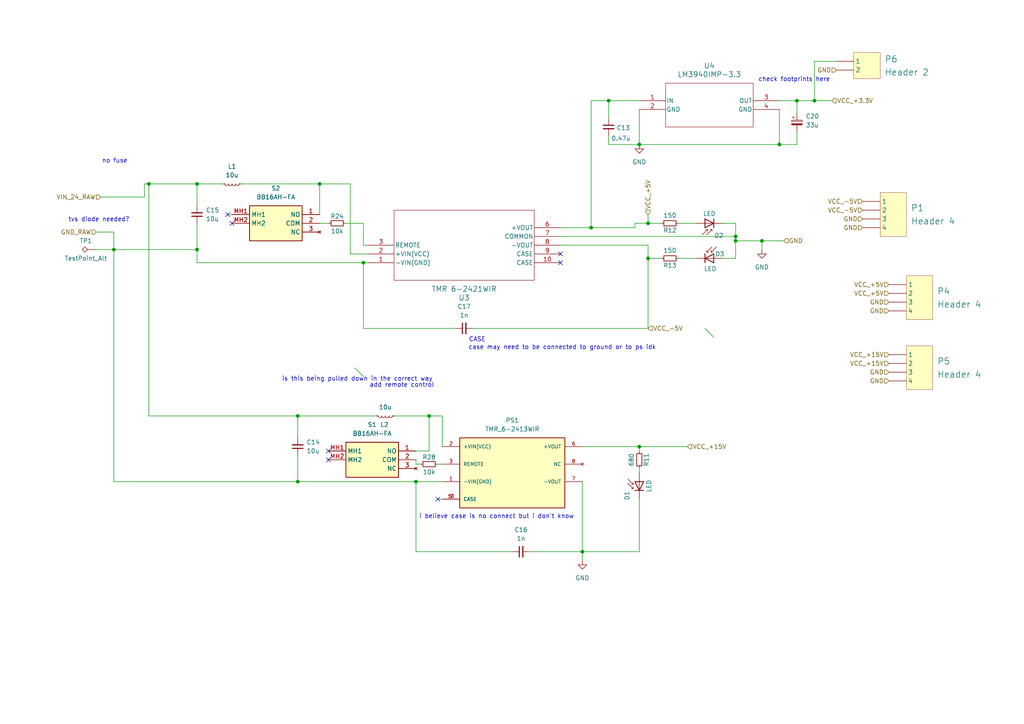
<source format=kicad_sch>
(kicad_sch (version 20250114) (generator "eeschema") (generator_version "9.0")
  (paper "A4")
  (lib_symbols
    (symbol "2025-07-16_21-58-08:TMR_6-2421WIR" (pin_names (offset 0.254))
      (property "Reference" "U" (at 27.94 10.16 0))
      (property "Value" "TMR 6-2421WIR" (at 27.94 7.62 0))
      (symbol "TMR_6-2421WIR_0_1"
        (polyline (pts (xy 7.62 5.08) (xy 7.62 -15.24)) (stroke (width 0.127)))
        (polyline (pts (xy 7.62 -15.24) (xy 48.26 -15.24)) (stroke (width 0.127)))
        (polyline (pts (xy 48.26 5.08) (xy 7.62 5.08)) (stroke (width 0.127)))
        (polyline (pts (xy 48.26 -15.24) (xy 48.26 5.08)) (stroke (width 0.127)))
        (pin power_out line (at 0 0 0) (length 7.62) (name "-VIN(GND)") (number "1"))
        (pin power_in line (at 0 -2.54 0) (length 7.62) (name "+VIN(VCC)") (number "2"))
        (pin bidirectional line (at 0 -5.08 0) (length 7.62) (name "REMOTE") (number "3"))
        (pin unspecified line (at 55.88 0 180) (length 7.62) (name "CASE") (number "10"))
        (pin unspecified line (at 55.88 -2.54 180) (length 7.62) (name "CASE") (number "9"))
        (pin power_in line (at 55.88 -5.08 180) (length 7.62) (name "-VOUT") (number "8"))
        (pin unspecified line (at 55.88 -7.62 180) (length 7.62) (name "COMMON") (number "7"))
        (pin power_in line (at 55.88 -10.16 180) (length 7.62) (name "+VOUT") (number "6"))
      )
    )
    (symbol "BB16AH-FA:BB16AH-FA"
      (property "Reference" "S" (at 21.59 7.62 0))
      (property "Value" "BB16AH-FA" (at 21.59 5.08 0))
      (symbol "BB16AH-FA_1_1"
        (rectangle (start 5.08 2.54) (end 20.32 -7.62) (stroke (width 0.254)) (fill (type background)))
        (pin passive line (at 0 0 0) (length 5.08) (name "MH1") (number "MH1"))
        (pin passive line (at 0 -2.54 0) (length 5.08) (name "MH2") (number "MH2"))
        (pin passive line (at 25.4 0 180) (length 5.08) (name "NO") (number "1"))
        (pin passive line (at 25.4 -2.54 180) (length 5.08) (name "COM") (number "2"))
        (pin no_connect line (at 25.4 -5.08 180) (length 5.08) (name "NC") (number "3"))
      )
    )
    (symbol "Connector:TestPoint_Alt" (pin_numbers (hide yes)) (pin_names (offset 0.762) (hide yes))
      (property "Reference" "TP" (at 0 6.858 0))
      (property "Value" "TestPoint_Alt" (at 0 5.08 0))
      (symbol "TestPoint_Alt_0_1"
        (polyline (pts (xy 0 2.54) (xy -0.762 3.302) (xy 0 4.064) (xy 0.762 3.302) (xy 0 2.54)))
      )
      (symbol "TestPoint_Alt_1_1"
        (pin passive line (at 0 0 90) (length 2.54) (name "1") (number "1"))
      )
    )
    (symbol "Device:C_Polarized_Small" (pin_numbers (hide yes)) (pin_names (offset 0.254) (hide yes))
      (property "Reference" "C" (at 0.254 1.778 0))
      (property "Value" "C_Polarized_Small" (at 0.254 -2.032 0))
      (symbol "C_Polarized_Small_0_1"
        (rectangle (start -1.524 0.6858) (end 1.524 0.3048))
        (rectangle (start -1.524 -0.3048) (end 1.524 -0.6858) (fill (type outline)))
        (polyline (pts (xy -1.27 1.524) (xy -0.762 1.524)))
        (polyline (pts (xy -1.016 1.27) (xy -1.016 1.778)))
      )
      (symbol "C_Polarized_Small_1_1"
        (pin passive line (at 0 2.54 270) (length 1.8542) (name "~") (number "1"))
        (pin passive line (at 0 -2.54 90) (length 1.8542) (name "~") (number "2"))
      )
    )
    (symbol "Device:C_Small" (pin_numbers (hide yes)) (pin_names (offset 0.254) (hide yes))
      (property "Reference" "C" (at 0.254 1.778 0))
      (property "Value" "C_Small" (at 0.254 -2.032 0))
      (symbol "C_Small_0_1"
        (polyline (pts (xy -1.524 0.508) (xy 1.524 0.508)) (stroke (width 0.3048)))
        (polyline (pts (xy -1.524 -0.508) (xy 1.524 -0.508)) (stroke (width 0.3302)))
      )
      (symbol "C_Small_1_1"
        (pin passive line (at 0 2.54 270) (length 2.032) (name "~") (number "1"))
        (pin passive line (at 0 -2.54 90) (length 2.032) (name "~") (number "2"))
      )
    )
    (symbol "Device:D_Photo" (pin_numbers (hide yes)) (pin_names (hide yes))
      (property "Reference" "D" (at 0.508 1.778 0))
      (property "Value" "D_Photo" (at -1.016 -2.794 0))
      (symbol "D_Photo_0_1"
        (polyline (pts (xy -2.54 1.27) (xy -2.54 -1.27)) (stroke (width 0.254)))
        (polyline (pts (xy -2.032 1.778) (xy -1.524 1.778)))
        (polyline (pts (xy -0.508 3.302) (xy -2.032 1.778) (xy -2.032 2.286)))
        (polyline (pts (xy 0 0) (xy -2.54 0)))
        (polyline (pts (xy 0 -1.27) (xy 0 1.27) (xy -2.54 0) (xy 0 -1.27)) (stroke (width 0.254)))
        (polyline (pts (xy 0.762 3.302) (xy -0.762 1.778) (xy -0.762 2.286) (xy -0.762 1.778) (xy -0.254 1.778)))
      )
      (symbol "D_Photo_1_1"
        (pin passive line (at -5.08 0 0) (length 2.54) (name "K") (number "1"))
        (pin passive line (at 2.54 0 180) (length 2.54) (name "A") (number "2"))
      )
    )
    (symbol "Device:L_Small" (pin_numbers (hide yes)) (pin_names (offset 0.254) (hide yes))
      (property "Reference" "L" (at 0.762 1.016 0))
      (property "Value" "L_Small" (at 0.762 -1.016 0))
      (symbol "L_Small_0_1"
        (arc (start 0 2.032) (mid 0.5058 1.524) (end 0 1.016))
        (arc (start 0 1.016) (mid 0.5058 0.508) (end 0 0))
        (arc (start 0 0) (mid 0.5058 -0.508) (end 0 -1.016))
        (arc (start 0 -1.016) (mid 0.5058 -1.524) (end 0 -2.032))
      )
      (symbol "L_Small_1_1"
        (pin passive line (at 0 2.54 270) (length 0.508) (name "~") (number "1"))
        (pin passive line (at 0 -2.54 90) (length 0.508) (name "~") (number "2"))
      )
    )
    (symbol "Device:R_Small" (pin_numbers (hide yes)) (pin_names (offset 0.254) (hide yes))
      (property "Reference" "R" (at 0.762 0.508 0))
      (property "Value" "R_Small" (at 0.762 -1.016 0))
      (symbol "R_Small_0_1"
        (rectangle (start -0.762 1.778) (end 0.762 -1.778) (stroke (width 0.2032)))
      )
      (symbol "R_Small_1_1"
        (pin passive line (at 0 2.54 270) (length 0.762) (name "~") (number "1"))
        (pin passive line (at 0 -2.54 90) (length 0.762) (name "~") (number "2"))
      )
    )
    (symbol "Miscellaneous Connectors:Header 2"
      (property "Reference" "P" (at 0 -7.62 0))
      (property "Value" "Header 2" (at -1.27 -3.81 0))
      (symbol "Header 2_1_0"
        (rectangle (start 7.62 0) (end 0 -7.62) (stroke (width 0.0254) (color 128 0 0 1)) (fill (type background)))
        (pin passive line (at -5.08 -2.54 0) (length 5.08) (name "1") (number "1"))
        (pin passive line (at -5.08 -5.08 0) (length 5.08) (name "2") (number "2"))
      )
    )
    (symbol "Miscellaneous Connectors:Header 4"
      (property "Reference" "P" (at 0 -12.7 0))
      (property "Value" "Header 4" (at -1.27 -3.81 0))
      (symbol "Header 4_1_0"
        (rectangle (start 7.62 0) (end 0 -12.7) (stroke (width 0.0254) (color 128 0 0 1)) (fill (type background)))
        (pin passive line (at -5.08 -2.54 0) (length 5.08) (name "1") (number "1"))
        (pin passive line (at -5.08 -5.08 0) (length 5.08) (name "2") (number "2"))
        (pin passive line (at -5.08 -7.62 0) (length 5.08) (name "3") (number "3"))
        (pin passive line (at -5.08 -10.16 0) (length 5.08) (name "4") (number "4"))
      )
    )
    (symbol "TMR_6-2413WIR:TMR_6-2413WIR" (pin_names (offset 1.016))
      (property "Reference" "PS" (at -15.24 10.922 0))
      (property "Value" "TMR_6-2413WIR" (at -15.24 -12.7 0))
      (symbol "TMR_6-2413WIR_0_0"
        (rectangle (start -15.24 -10.16) (end 15.24 10.16) (stroke (width 0.254)) (fill (type background)))
        (pin input line (at -20.32 7.62 0) (length 5.08) (name "+VIN(VCC)") (number "2"))
        (pin input line (at -20.32 2.54 0) (length 5.08) (name "REMOTE") (number "3"))
        (pin input line (at -20.32 -2.54 0) (length 5.08) (name "-VIN(GND)") (number "1"))
        (pin passive line (at -20.32 -7.62 0) (length 5.08) (name "CASE") (number "10"))
        (pin passive line (at -20.32 -7.62 0) (length 5.08) (name "CASE") (number "9"))
        (pin output line (at 20.32 7.62 180) (length 5.08) (name "+VOUT") (number "6"))
        (pin no_connect line (at 20.32 2.54 180) (length 5.08) (name "NC") (number "8"))
        (pin output line (at 20.32 -2.54 180) (length 5.08) (name "-VOUT") (number "7"))
      )
    )
    (symbol "ldo:LM3940IMP-3.3" (pin_names (offset 0.254))
      (property "Reference" "U" (at 20.32 10.16 0))
      (property "Value" "LM3940IMP-3.3" (at 20.32 7.62 0))
      (symbol "LM3940IMP-3.3_0_1"
        (polyline (pts (xy 7.62 5.08) (xy 7.62 -7.62)) (stroke (width 0.127)))
        (polyline (pts (xy 7.62 -7.62) (xy 33.02 -7.62)) (stroke (width 0.127)))
        (polyline (pts (xy 33.02 5.08) (xy 7.62 5.08)) (stroke (width 0.127)))
        (polyline (pts (xy 33.02 -7.62) (xy 33.02 5.08)) (stroke (width 0.127)))
        (pin input line (at 0 0 0) (length 7.62) (name "IN") (number "1"))
        (pin passive line (at 0 -2.54 0) (length 7.62) (name "GND") (number "2"))
        (pin output line (at 40.64 0 180) (length 7.62) (name "OUT") (number "3"))
        (pin passive line (at 40.64 -2.54 180) (length 7.62) (name "GND") (number "4"))
      )
    )
    (symbol "power:GND" (power) (pin_numbers (hide yes)) (pin_names (offset 0) (hide yes))
      (property "Value" "GND" (at 0 -3.81 0))
      (symbol "GND_0_1"
        (polyline (pts (xy 0 0) (xy 0 -1.27) (xy 1.27 -1.27) (xy 0 -2.54) (xy -1.27 -1.27) (xy 0 -1.27)))
      )
      (symbol "GND_1_1"
        (pin power_in line (at 0 0 270) (length 0) (name "~") (number "1"))
      )
    )
  )
  (text "add remote control\n" (at 116.586 111.76 0) (effects (font (size 1.27 1.27))))
  (text "CASE" (at 138.43 98.552 0) (effects (font (size 1.27 1.27))))
  (text "i believe case is no connect but i don't know\n" (at 144.018 149.86 0) (effects (font (size 1.27 1.27))))
  (text "no fuse" (at 33.274 46.736 0) (effects (font (size 1.27 1.27))))
  (text "case may need to be connected to ground or to ps idk" (at 163.068 100.838 0) (effects (font (size 1.27 1.27))))
  (text "check footprints here" (at 230.378 23.114 0) (effects (font (size 1.27 1.27))))
  (text "tvs diode needed?\n" (at 28.702 63.754 0) (effects (font (size 1.27 1.27))))
  (text "is this being pulled down in the correct way\n" (at 103.632 109.982 0) (effects (font (size 1.27 1.27))))
  (junction (at 185.42 41.91))
  (junction (at 176.53 29.21))
  (junction (at 220.98 69.85))
  (junction (at 57.15 72.39))
  (junction (at 33.02 72.39))
  (junction (at 120.65 139.7))
  (junction (at 171.45 66.04))
  (junction (at 168.91 160.02))
  (junction (at 231.14 29.21))
  (junction (at 86.36 120.65))
  (junction (at 92.71 53.34))
  (junction (at 187.96 74.93))
  (junction (at 86.36 139.7))
  (junction (at 236.22 29.21))
  (junction (at 105.41 76.2))
  (junction (at 213.36 68.58))
  (junction (at 124.46 120.65))
  (junction (at 213.36 69.85))
  (junction (at 226.06 41.91))
  (junction (at 187.96 64.77))
  (junction (at 43.18 53.34))
  (junction (at 57.15 53.34))
  (junction (at 185.42 129.54))
  (no_connect (at 67.31 64.77))
  (no_connect (at 66.04 62.23))
  (no_connect (at 95.25 133.35))
  (no_connect (at 95.25 130.81))
  (no_connect (at 127 144.78))
  (no_connect (at 162.56 73.66))
  (no_connect (at 162.56 76.2))
  (bus_entry (at 102.87 106.68) (size 2.54 2.54))
  (bus_entry (at 204.47 95.25) (size 2.54 2.54))
  (wire (pts (xy 231.14 41.91) (xy 231.14 38.1)))
  (wire (pts (xy 43.18 120.65) (xy 86.36 120.65)))
  (wire (pts (xy 168.91 129.54) (xy 185.42 129.54)))
  (wire (pts (xy 226.06 41.91) (xy 231.14 41.91)))
  (wire (pts (xy 236.22 29.21) (xy 241.3 29.21)))
  (wire (pts (xy 86.36 139.7) (xy 120.65 139.7)))
  (wire (pts (xy 33.02 67.31) (xy 33.02 72.39)))
  (wire (pts (xy 120.65 134.62) (xy 120.65 133.35)))
  (wire (pts (xy 127 134.62) (xy 128.27 134.62)))
  (wire (pts (xy 69.85 53.34) (xy 92.71 53.34)))
  (wire (pts (xy 226.06 31.75) (xy 226.06 41.91)))
  (wire (pts (xy 187.96 74.93) (xy 191.77 74.93)))
  (wire (pts (xy 120.65 139.7) (xy 128.27 139.7)))
  (wire (pts (xy 29.21 57.15) (xy 41.91 57.15)))
  (wire (pts (xy 57.15 64.77) (xy 57.15 72.39)))
  (wire (pts (xy 184.15 64.77) (xy 187.96 64.77)))
  (wire (pts (xy 41.91 53.34) (xy 43.18 53.34)))
  (wire (pts (xy 213.36 74.93) (xy 213.36 69.85)))
  (wire (pts (xy 185.42 135.89) (xy 185.42 137.16)))
  (wire (pts (xy 162.56 68.58) (xy 213.36 68.58)))
  (wire (pts (xy 148.59 160.02) (xy 120.65 160.02)))
  (wire (pts (xy 120.65 134.62) (xy 121.92 134.62)))
  (wire (pts (xy 184.15 64.77) (xy 184.15 66.04)))
  (wire (pts (xy 226.06 29.21) (xy 231.14 29.21)))
  (wire (pts (xy 220.98 72.39) (xy 220.98 69.85)))
  (wire (pts (xy 196.85 64.77) (xy 201.93 64.77)))
  (wire (pts (xy 95.25 64.77) (xy 92.71 64.77)))
  (wire (pts (xy 120.65 130.81) (xy 124.46 130.81)))
  (wire (pts (xy 196.85 74.93) (xy 201.93 74.93)))
  (wire (pts (xy 100.33 64.77) (xy 105.41 64.77)))
  (wire (pts (xy 33.02 72.39) (xy 57.15 72.39)))
  (wire (pts (xy 236.22 17.78) (xy 236.22 29.21)))
  (wire (pts (xy 176.53 29.21) (xy 176.53 34.29)))
  (wire (pts (xy 105.41 95.25) (xy 105.41 76.2)))
  (wire (pts (xy 187.96 74.93) (xy 187.96 95.25)))
  (wire (pts (xy 220.98 69.85) (xy 227.33 69.85)))
  (wire (pts (xy 33.02 67.31) (xy 27.94 67.31)))
  (wire (pts (xy 185.42 41.91) (xy 226.06 41.91)))
  (wire (pts (xy 57.15 53.34) (xy 64.77 53.34)))
  (wire (pts (xy 209.55 74.93) (xy 213.36 74.93)))
  (wire (pts (xy 176.53 29.21) (xy 185.42 29.21)))
  (wire (pts (xy 185.42 129.54) (xy 185.42 130.81)))
  (wire (pts (xy 33.02 72.39) (xy 33.02 139.7)))
  (wire (pts (xy 231.14 29.21) (xy 231.14 33.02)))
  (wire (pts (xy 86.36 132.08) (xy 86.36 139.7)))
  (wire (pts (xy 162.56 66.04) (xy 171.45 66.04)))
  (wire (pts (xy 176.53 29.21) (xy 171.45 29.21)))
  (wire (pts (xy 213.36 69.85) (xy 213.36 68.58)))
  (wire (pts (xy 185.42 144.78) (xy 185.42 160.02)))
  (wire (pts (xy 132.08 95.25) (xy 105.41 95.25)))
  (wire (pts (xy 43.18 53.34) (xy 57.15 53.34)))
  (wire (pts (xy 187.96 74.93) (xy 187.96 71.12)))
  (wire (pts (xy 127 144.78) (xy 128.27 144.78)))
  (wire (pts (xy 213.36 64.77) (xy 209.55 64.77)))
  (wire (pts (xy 57.15 76.2) (xy 57.15 72.39)))
  (wire (pts (xy 124.46 120.65) (xy 128.27 120.65)))
  (wire (pts (xy 114.3 120.65) (xy 124.46 120.65)))
  (wire (pts (xy 128.27 129.54) (xy 128.27 120.65)))
  (wire (pts (xy 43.18 53.34) (xy 43.18 120.65)))
  (wire (pts (xy 57.15 76.2) (xy 105.41 76.2)))
  (wire (pts (xy 187.96 62.23) (xy 187.96 64.77)))
  (wire (pts (xy 168.91 160.02) (xy 168.91 139.7)))
  (wire (pts (xy 105.41 71.12) (xy 105.41 64.77)))
  (wire (pts (xy 27.94 72.39) (xy 33.02 72.39)))
  (wire (pts (xy 92.71 62.23) (xy 92.71 53.34)))
  (wire (pts (xy 213.36 68.58) (xy 213.36 64.77)))
  (wire (pts (xy 185.42 160.02) (xy 168.91 160.02)))
  (wire (pts (xy 185.42 129.54) (xy 199.39 129.54)))
  (wire (pts (xy 101.6 53.34) (xy 101.6 73.66)))
  (wire (pts (xy 86.36 120.65) (xy 86.36 127)))
  (wire (pts (xy 57.15 53.34) (xy 57.15 59.69)))
  (wire (pts (xy 171.45 29.21) (xy 171.45 66.04)))
  (wire (pts (xy 124.46 120.65) (xy 124.46 130.81)))
  (wire (pts (xy 41.91 53.34) (xy 41.91 57.15)))
  (wire (pts (xy 105.41 76.2) (xy 106.68 76.2)))
  (wire (pts (xy 153.67 160.02) (xy 168.91 160.02)))
  (wire (pts (xy 185.42 41.91) (xy 176.53 41.91)))
  (wire (pts (xy 176.53 41.91) (xy 176.53 39.37)))
  (wire (pts (xy 168.91 160.02) (xy 168.91 162.56)))
  (wire (pts (xy 33.02 139.7) (xy 86.36 139.7)))
  (wire (pts (xy 120.65 160.02) (xy 120.65 139.7)))
  (wire (pts (xy 242.57 17.78) (xy 236.22 17.78)))
  (wire (pts (xy 66.04 62.23) (xy 67.31 62.23)))
  (wire (pts (xy 231.14 29.21) (xy 236.22 29.21)))
  (wire (pts (xy 187.96 64.77) (xy 191.77 64.77)))
  (wire (pts (xy 220.98 69.85) (xy 213.36 69.85)))
  (wire (pts (xy 137.16 95.25) (xy 187.96 95.25)))
  (wire (pts (xy 105.41 71.12) (xy 106.68 71.12)))
  (wire (pts (xy 86.36 120.65) (xy 109.22 120.65)))
  (wire (pts (xy 171.45 66.04) (xy 184.15 66.04)))
  (wire (pts (xy 187.96 71.12) (xy 162.56 71.12)))
  (wire (pts (xy 101.6 73.66) (xy 106.68 73.66)))
  (wire (pts (xy 92.71 53.34) (xy 101.6 53.34)))
  (wire (pts (xy 185.42 31.75) (xy 185.42 41.91)))
  (hierarchical_label "VCC_-5V" (shape input) (at 250.19 58.42 180))
  (hierarchical_label "GND" (shape input) (at 257.81 87.63 180))
  (hierarchical_label "VIN_24_RAW" (shape input) (at 29.21 57.15 180))
  (hierarchical_label "GND" (shape input) (at 257.81 110.49 180))
  (hierarchical_label "VCC_+3.3V" (shape input) (at 241.3 29.21 0))
  (hierarchical_label "VCC_+15V" (shape input) (at 257.81 105.41 180))
  (hierarchical_label "VCC_+15V" (shape input) (at 199.39 129.54 0))
  (hierarchical_label "VCC_+5V" (shape input) (at 187.96 62.23 90))
  (hierarchical_label "GND" (shape input) (at 257.81 90.17 180))
  (hierarchical_label "VCC_-5V" (shape input) (at 187.96 95.25 0))
  (hierarchical_label "GND" (shape input) (at 250.19 66.04 180))
  (hierarchical_label "VCC_-5V" (shape input) (at 250.19 60.96 180))
  (hierarchical_label "GND_RAW" (shape input) (at 27.94 67.31 180))
  (hierarchical_label "VCC_+5V" (shape input) (at 257.81 85.09 180))
  (hierarchical_label "GND" (shape input) (at 250.19 63.5 180))
  (hierarchical_label "VCC_+5V" (shape input) (at 257.81 82.55 180))
  (hierarchical_label "GND" (shape input) (at 242.57 20.32 180))
  (hierarchical_label "GND" (shape input) (at 227.33 69.85 0))
  (hierarchical_label "GND" (shape input) (at 257.81 107.95 180))
  (hierarchical_label "VCC_+15V" (shape input) (at 257.81 102.87 180))
  (symbol (lib_id "Device:L_Small") (at 67.31 53.34 270) (unit 1)
    (property "Reference" "L1" (at 67.31 48.26 90))
    (property "Value" "10u" (at 67.31 50.8 90))
    (property "Footprint" "inductorps:IND_TCK-047_TRP" (effects (hide yes)))
    (property "Description" "Inductor, small symbol" (effects (hide yes)))
  )
  (symbol (lib_id "Miscellaneous Connectors:Header 2") (at 247.65 15.24 0) (unit 1)
    (property "Reference" "P6" (at 256.54 17.1449 0) (effects (font (size 1.8288 1.8288)) (justify left)))
    (property "Value" "Header 2" (at 256.54 20.9549 0) (effects (font (size 1.8288 1.8288)) (justify left)))
    (property "Footprint" "Connector_PinHeader_2.54mm:PinHeader_1x02_P2.54mm_Vertical" (effects (hide yes)))
    (property "Description" "Header, 2-Pin" (effects (hide yes)))
    (property "LatestRevisionDate" "17-Jul-2002" (effects (hide yes)))
    (property "LatestRevisionNote" "Re-released for DXP Platform." (effects (hide yes)))
    (property "Publisher" "Altium Limited" (effects (hide yes)))
  )
  (symbol (lib_id "Device:C_Small") (at 86.36 129.54 180) (unit 1)
    (property "Reference" "C14" (at 88.9 128.2635 0) (effects (justify right)))
    (property "Value" "10u" (at 88.9 130.8035 0) (effects (justify right)))
    (property "Footprint" "UMJ325KB7106KMHP:CAPC3225X280N" (effects (hide yes)))
    (property "Description" "Unpolarized capacitor, small symbol" (effects (hide yes)))
  )
  (symbol (lib_id "Device:D_Photo") (at 204.47 64.77 180) (unit 1)
    (property "Reference" "D2" (at 208.534 68.326 0))
    (property "Value" "LED" (at 205.74 61.976 0))
    (property "Footprint" "LED_SMD:LED_0805_2012Metric" (effects (hide yes)))
    (property "Description" "Photodiode" (effects (hide yes)))
  )
  (symbol (lib_id "Device:D_Photo") (at 185.42 139.7 90) (unit 1)
    (property "Reference" "D1" (at 181.864 143.764 0))
    (property "Value" "LED" (at 188.214 140.97 0))
    (property "Footprint" "LED_SMD:LED_0805_2012Metric" (effects (hide yes)))
    (property "Description" "Photodiode" (effects (hide yes)))
  )
  (symbol (lib_id "Miscellaneous Connectors:Header 4") (at 262.89 100.33 0) (unit 1)
    (property "Reference" "P5" (at 271.78 104.7749 0) (effects (font (size 1.8288 1.8288)) (justify left)))
    (property "Value" "Header 4" (at 271.78 108.5849 0) (effects (font (size 1.8288 1.8288)) (justify left)))
    (property "Footprint" "Connector_PinHeader_2.54mm:PinHeader_1x04_P2.54mm_Vertical" (effects (hide yes)))
    (property "Description" "Header, 4-Pin" (effects (hide yes)))
    (property "LatestRevisionDate" "17-Jul-2002" (effects (hide yes)))
    (property "LatestRevisionNote" "Re-released for DXP Platform." (effects (hide yes)))
    (property "Publisher" "Altium Limited" (effects (hide yes)))
  )
  (symbol (lib_id "power:GND") (at 168.91 162.56 0) (unit 1)
    (property "Reference" "#PWR090" (effects (hide yes)))
    (property "Value" "GND" (at 168.91 167.64 0))
    (property "Description" "Power symbol creates a global label with name \"GND\" , ground" (effects (hide yes)))
  )
  (symbol (lib_id "Miscellaneous Connectors:Header 4") (at 262.89 80.01 0) (unit 1)
    (property "Reference" "P4" (at 271.78 84.4549 0) (effects (font (size 1.8288 1.8288)) (justify left)))
    (property "Value" "Header 4" (at 271.78 88.2649 0) (effects (font (size 1.8288 1.8288)) (justify left)))
    (property "Footprint" "Connector_PinHeader_2.54mm:PinHeader_1x04_P2.54mm_Vertical" (effects (hide yes)))
    (property "Description" "Header, 4-Pin" (effects (hide yes)))
    (property "LatestRevisionDate" "17-Jul-2002" (effects (hide yes)))
    (property "LatestRevisionNote" "Re-released for DXP Platform." (effects (hide yes)))
    (property "Publisher" "Altium Limited" (effects (hide yes)))
  )
  (symbol (lib_id "Device:R_Small") (at 185.42 133.35 0) (mirror x) (unit 1)
    (property "Reference" "R11" (at 187.452 133.35 90))
    (property "Value" "680" (at 183.134 133.35 90))
    (property "Footprint" "Resistor_SMD:R_0805_2012Metric" (effects (hide yes)))
    (property "Description" "Resistor, small symbol" (effects (hide yes)))
  )
  (symbol (lib_id "BB16AH-FA:BB16AH-FA") (at 67.31 62.23 0) (unit 1)
    (property "Reference" "S2" (at 80.01 54.61 0))
    (property "Value" "BB16AH-FA" (at 80.01 57.15 0))
    (property "Footprint" "Button_Switch_THT:KSA_Tactile_SPST" (effects (hide yes)))
    (property "Datasheet" "https://www.arrow.com/en/products/bb16ah-fa/nkk-switches" (effects (hide yes)))
    (property "Description" "Pushbutton Switches ON-ON .201 BLACK CAP RIGHT ANGL PC .4VA" (effects (hide yes)))
    (property "Height" "8.8" (effects (hide yes)))
    (property "Mouser Part Number" "633-BB16AH-FA" (effects (hide yes)))
    (property "Mouser Price/Stock" "https://www.mouser.co.uk/ProductDetail/NKK-Switches/BB16AH-FA?qs=E3XkhTW0K2HrJGK%2FHHAprQ%3D%3D" (effects (hide yes)))
    (property "Manufacturer_Name" "NKK Switches" (effects (hide yes)))
    (property "Manufacturer_Part_Number" "BB16AH-FA" (effects (hide yes)))
  )
  (symbol (lib_id "TMR_6-2413WIR:TMR_6-2413WIR") (at 148.59 137.16 0) (unit 1)
    (property "Reference" "PS1" (at 148.59 121.92 0))
    (property "Value" "TMR_6-2413WIR" (at 148.59 124.46 0))
    (property "Footprint" "6-2413:TMR62423" (effects (hide yes)))
    (property "MF" "Traco Power" (effects (hide yes)))
    (property "MAXIMUM_PACKAGE_HEIGHT" "11.7mm" (effects (hide yes)))
    (property "Package" "SIP-8 Traco Power" (effects (hide yes)))
    (property "Price" "None" (effects (hide yes)))
    (property "Check_prices" "https://www.snapeda.com/parts/TMR%206-2413WIR/Traco+Power/view-part/?ref=eda" (effects (hide yes)))
    (property "STANDARD" "IPC-7351B" (effects (hide yes)))
    (property "PARTREV" "November 16, 2023" (effects (hide yes)))
    (property "SnapEDA_Link" "https://www.snapeda.com/parts/TMR%206-2413WIR/Traco+Power/view-part/?ref=snap" (effects (hide yes)))
    (property "MP" "TMR 6-2413WIR" (effects (hide yes)))
    (property "Purchase-URL" "https://www.snapeda.com/api/url_track_click_mouser/?unipart_id=5835454&manufacturer=Traco Power&part_name=TMR 6-2413WIR&search_term=None" (effects (hide yes)))
    (property "Description_1" "\n                        \n                            6 Watt DC/DC converter, railway, 4:1 input incl. 110 VDC nominal, regulated, 3000 VDC I/O-isolation, encapsulated, SIP-8 metal case\n                        \n" (effects (hide yes)))
    (property "Availability" "In Stock" (effects (hide yes)))
    (property "MANUFACTURER" "Traco Power" (effects (hide yes)))
  )
  (symbol (lib_id "Device:R_Small") (at 124.46 134.62 270) (mirror x) (unit 1)
    (property "Reference" "R28" (at 124.46 132.588 90))
    (property "Value" "10k" (at 124.46 136.906 90))
    (property "Footprint" "Resistor_SMD:R_0805_2012Metric" (effects (hide yes)))
    (property "Description" "Resistor, small symbol" (effects (hide yes)))
  )
  (symbol (lib_id "Device:R_Small") (at 97.79 64.77 270) (mirror x) (unit 1)
    (property "Reference" "R24" (at 97.79 62.738 90))
    (property "Value" "10k" (at 97.79 67.056 90))
    (property "Footprint" "Resistor_SMD:R_0805_2012Metric" (effects (hide yes)))
    (property "Description" "Resistor, small symbol" (effects (hide yes)))
  )
  (symbol (lib_id "power:GND") (at 220.98 72.39 0) (unit 1)
    (property "Reference" "#PWR019" (effects (hide yes)))
    (property "Value" "GND" (at 220.98 77.47 0))
    (property "Description" "Power symbol creates a global label with name \"GND\" , ground" (effects (hide yes)))
  )
  (symbol (lib_id "Connector:TestPoint_Alt") (at 27.94 72.39 90) (unit 1)
    (property "Reference" "TP1" (at 24.892 69.85 90))
    (property "Value" "TestPoint_Alt" (at 24.892 74.93 90))
    (property "Footprint" "TestPoint:TestPoint_THTPad_D2.5mm_Drill1.2mm" (effects (hide yes)))
    (property "Description" "test point (alternative shape)" (effects (hide yes)))
  )
  (symbol (lib_id "2025-07-16_21-58-08:TMR_6-2421WIR") (at 106.68 76.2 0) (mirror x) (unit 1)
    (property "Reference" "U3" (at 134.62 86.36 0) (effects (font (size 1.524 1.524))))
    (property "Value" "TMR 6-2421WIR" (at 134.62 83.82 0) (effects (font (size 1.524 1.524))))
    (property "Footprint" "6-2421:TMR62423" (effects (hide yes)))
    (property "Datasheet" "https://tracopower.com/tmr6wir-datasheet/" (effects (hide yes)))
  )
  (symbol (lib_id "Device:C_Polarized_Small") (at 231.14 35.56 0) (unit 1)
    (property "Reference" "C20" (at 233.68 33.7438 0) (effects (justify left)))
    (property "Value" "33u" (at 233.68 36.2838 0) (effects (justify left)))
    (property "Footprint" "Capacitor_SMD:C_0805_2012Metric" (effects (hide yes)))
    (property "Description" "Polarized capacitor, small symbol" (effects (hide yes)))
  )
  (symbol (lib_id "Device:C_Small") (at 151.13 160.02 90) (unit 1)
    (property "Reference" "C16" (at 151.1363 153.67 90))
    (property "Value" "1n" (at 151.1363 156.21 90))
    (property "Footprint" "1808Y3K00102KXT:CAPC4520X200N" (effects (hide yes)))
    (property "Description" "Unpolarized capacitor, small symbol" (effects (hide yes)))
  )
  (symbol (lib_id "Miscellaneous Connectors:Header 4") (at 255.27 55.88 0) (unit 1)
    (property "Reference" "P1" (at 264.16 60.3249 0) (effects (font (size 1.8288 1.8288)) (justify left)))
    (property "Value" "Header 4" (at 264.16 64.1349 0) (effects (font (size 1.8288 1.8288)) (justify left)))
    (property "Footprint" "Connector_PinHeader_2.54mm:PinHeader_1x04_P2.54mm_Vertical" (effects (hide yes)))
    (property "Description" "Header, 4-Pin" (effects (hide yes)))
    (property "LatestRevisionDate" "17-Jul-2002" (effects (hide yes)))
    (property "LatestRevisionNote" "Re-released for DXP Platform." (effects (hide yes)))
    (property "Publisher" "Altium Limited" (effects (hide yes)))
  )
  (symbol (lib_id "ldo:LM3940IMP-3.3") (at 185.42 29.21 0) (unit 1)
    (property "Reference" "U4" (at 205.74 19.05 0) (effects (font (size 1.524 1.524))))
    (property "Value" "LM3940IMP-3.3" (at 205.74 21.59 0) (effects (font (size 1.524 1.524))))
    (property "Footprint" "ldo:MP04A" (effects (hide yes)))
    (property "Datasheet" "https://www.ti.com/lit/gpn/lm3940" (effects (hide yes)))
  )
  (symbol (lib_id "Device:D_Photo") (at 207.01 74.93 0) (unit 1)
    (property "Reference" "D3" (at 208.788 73.66 0))
    (property "Value" "LED" (at 205.994 77.978 0))
    (property "Footprint" "LED_SMD:LED_0805_2012Metric" (effects (hide yes)))
    (property "Description" "Photodiode" (effects (hide yes)))
  )
  (symbol (lib_id "Device:R_Small") (at 194.31 74.93 90) (mirror x) (unit 1)
    (property "Reference" "R13" (at 194.31 76.962 90))
    (property "Value" "150" (at 194.31 72.644 90))
    (property "Footprint" "Resistor_SMD:R_0805_2012Metric" (effects (hide yes)))
    (property "Description" "Resistor, small symbol" (effects (hide yes)))
  )
  (symbol (lib_id "Device:C_Small") (at 57.15 62.23 180) (unit 1)
    (property "Reference" "C15" (at 59.69 60.9535 0) (effects (justify right)))
    (property "Value" "10u" (at 59.69 63.4935 0) (effects (justify right)))
    (property "Footprint" "UMJ325KB7106KMHP:CAPC3225X280N" (effects (hide yes)))
    (property "Description" "Unpolarized capacitor, small symbol" (effects (hide yes)))
  )
  (symbol (lib_id "BB16AH-FA:BB16AH-FA") (at 95.25 130.81 0) (unit 1)
    (property "Reference" "S1" (at 107.95 123.19 0))
    (property "Value" "BB16AH-FA" (at 107.95 125.73 0))
    (property "Footprint" "Button_Switch_THT:KSA_Tactile_SPST" (effects (hide yes)))
    (property "Datasheet" "https://www.arrow.com/en/products/bb16ah-fa/nkk-switches" (effects (hide yes)))
    (property "Description" "Pushbutton Switches ON-ON .201 BLACK CAP RIGHT ANGL PC .4VA" (effects (hide yes)))
    (property "Height" "8.8" (effects (hide yes)))
    (property "Mouser Part Number" "633-BB16AH-FA" (effects (hide yes)))
    (property "Mouser Price/Stock" "https://www.mouser.co.uk/ProductDetail/NKK-Switches/BB16AH-FA?qs=E3XkhTW0K2HrJGK%2FHHAprQ%3D%3D" (effects (hide yes)))
    (property "Manufacturer_Name" "NKK Switches" (effects (hide yes)))
    (property "Manufacturer_Part_Number" "BB16AH-FA" (effects (hide yes)))
  )
  (symbol (lib_id "Device:C_Small") (at 176.53 36.83 0) (unit 1)
    (property "Reference" "C13" (at 178.816 37.084 0) (effects (justify left)))
    (property "Value" "0.47u" (at 177.292 40.132 0) (effects (justify left)))
    (property "Footprint" "Capacitor_SMD:C_0805_2012Metric" (effects (hide yes)))
    (property "Description" "Unpolarized capacitor, small symbol" (effects (hide yes)))
  )
  (symbol (lib_id "power:GND") (at 185.42 41.91 0) (unit 1)
    (property "Reference" "#PWR098" (effects (hide yes)))
    (property "Value" "GND" (at 185.42 46.99 0))
    (property "Description" "Power symbol creates a global label with name \"GND\" , ground" (effects (hide yes)))
  )
  (symbol (lib_id "Device:L_Small") (at 111.76 120.65 270) (unit 1)
    (property "Reference" "L2" (at 111.506 123.19 90))
    (property "Value" "10u" (at 111.76 118.11 90))
    (property "Footprint" "inductorps:IND_TCK-047_TRP" (effects (hide yes)))
    (property "Description" "Inductor, small symbol" (effects (hide yes)))
  )
  (symbol (lib_id "Device:C_Small") (at 134.62 95.25 90) (unit 1)
    (property "Reference" "C17" (at 134.6263 88.9 90))
    (property "Value" "1n" (at 134.6263 91.44 90))
    (property "Footprint" "1808Y3K00102KXT:CAPC4520X200N" (effects (hide yes)))
    (property "Description" "Unpolarized capacitor, small symbol" (effects (hide yes)))
  )
  (symbol (lib_id "Device:R_Small") (at 194.31 64.77 90) (mirror x) (unit 1)
    (property "Reference" "R12" (at 194.31 66.802 90))
    (property "Value" "150" (at 194.31 62.484 90))
    (property "Footprint" "Resistor_SMD:R_0805_2012Metric" (effects (hide yes)))
    (property "Description" "Resistor, small symbol" (effects (hide yes)))
  )
)
</source>
